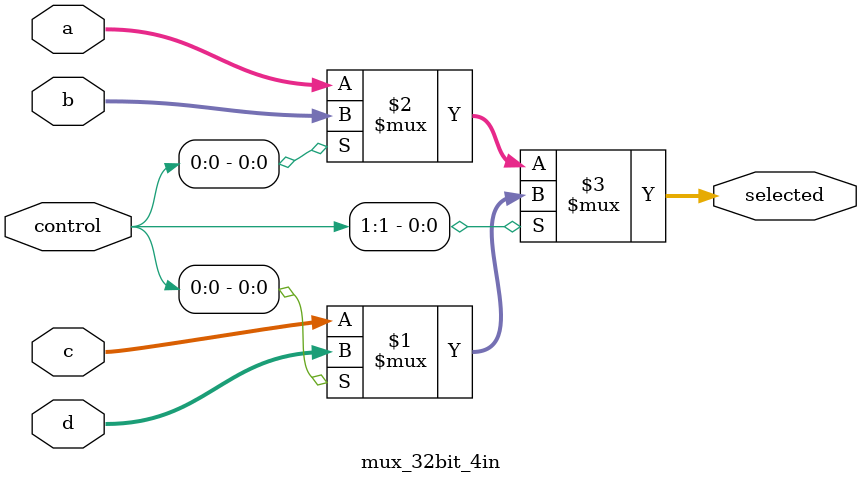
<source format=v>

`ifndef AUX_BLOCKS
`define AUX_BLOCKS

module bFormat(
    input  wire [31:0] pc,
    input  wire [31:0] b,
    output wire [31:0] address
);

    assign address = pc + {b[29:0],{2'b00}};

endmodule

// Extensor de Sinal ou de Zero
module extSign(
    input wire extendType,
    input wire [15:0] x16b,
    output wire [31:0] x32b
);

    assign x32b = {(extendType)?{16{x16b[15]}}:{16{1'b0}},x16b};

endmodule

// Formato J para endereço
module jFormat(
    input wire [31:0] pc,
    input wire [25:0] j,
    output wire [31:0] address
);

    assign address = {pc[31:28],j[25:0],{2'b00}};

endmodule

// MUX - Multiplexador de 2 entradas, 5 bits cada
module mux_5bit_2in(
    input wire control,
    input wire [4:0] a,b,
    output wire [4:0] selected
);

    assign selected = (control)?b:a;

endmodule

// MUX - Multiplexador de 4 entradas, 7 bits cada
// module mux_7bit_4in(
//     input wire [1:0] control,
//     input wire [6:0] a,b,c,d,
//     output wire [6:0] selected
// );

//     assign selected = (control[1]) ? (control[0]?d:c) : (control[0]?b:a);

// endmodule

// MUX - Multiplexador de 2 entradas, 32 bits cada
module mux_32bit_2in(
    input wire control,
    input wire [31:0] a,b,
    output wire [31:0] selected
);

    assign selected = (control)?b:a;

endmodule

// MUX - Multiplexador de 4 entradas, 32 bits cada
module mux_32bit_4in(
    input wire [1:0] control,
    input wire [31:0] a,b,c,d,
    output wire [31:0] selected
);

    assign selected = (control[1]) ? (control[0]?d:c) : (control[0]?b:a);

endmodule

`endif
</source>
